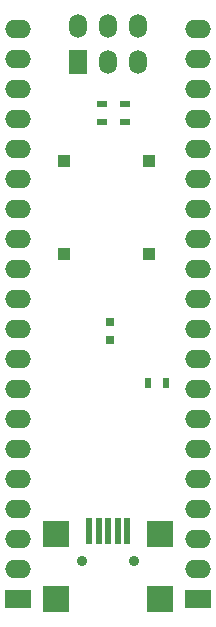
<source format=gbr>
G04 CAM350 V9.5.1 (Build 211) Date:  Tue May 10 22:39:24 2016 *
G04 Database: (Untitled) *
G04 Layer 7: STM32Mini-F_Mas *
%FSLAX45Y45*%
%MOMM*%
%SFA1.000B1.000*%

%MIA0B0*%
%IPPOS*%
%ADD16R,2.19964X1.52400*%
%ADD17O,2.19964X1.52400*%
%ADD18R,0.90000X0.50000*%
%ADD71C,0.89916*%
%ADD20R,1.52400X1.99898*%
%ADD21O,1.52400X1.99898*%
%ADD30R,1.00076X1.00076*%
%ADD31R,0.79756X0.79756*%
%ADD32R,0.50000X0.90000*%
%ADD33R,2.19710X2.19710*%
%ADD34R,0.49784X2.19710*%
%LNSTM32Mini-F_Mas*%
%LPD*%
G54D30*
X14359382Y-8013700D03*
X15079218D03*
X14359382Y-7226300D03*
X15079218D03*
G54D16*
X13970000Y-10934700D03*
G54D17*
Y-10680700D03*
Y-10426700D03*
Y-10172700D03*
Y-9918700D03*
Y-9664700D03*
Y-9410700D03*
Y-9156700D03*
Y-8902700D03*
Y-8648700D03*
Y-8394700D03*
Y-8140700D03*
Y-7886700D03*
Y-7632700D03*
Y-7378700D03*
Y-7124700D03*
Y-6870700D03*
Y-6616700D03*
Y-6362700D03*
Y-6108700D03*
G54D16*
X15494200Y-10934700D03*
G54D17*
Y-10680700D03*
Y-10426700D03*
Y-10172700D03*
Y-9918700D03*
Y-9664700D03*
Y-9410700D03*
Y-9156700D03*
Y-8902700D03*
Y-8648700D03*
Y-8394700D03*
Y-8140700D03*
Y-7886700D03*
Y-7632700D03*
Y-7378700D03*
Y-7124700D03*
Y-6870700D03*
Y-6616700D03*
Y-6362700D03*
Y-6108700D03*
G54D31*
X14744700Y-8586470D03*
Y-8736330D03*
G54D32*
X15073560Y-9100820D03*
X15223560D03*
G54D20*
X14478000Y-6387592D03*
G54D21*
Y-6083808D03*
X14732000Y-6387592D03*
Y-6083808D03*
X14986000Y-6387592D03*
Y-6083808D03*
G54D33*
X15174976Y-10382250D03*
G54D34*
X14572234Y-10354310D03*
X14652244D03*
X14732000D03*
X14811756D03*
X14891766D03*
G54D71*
X14512290Y-10607040D03*
X14951964D03*
G54D33*
X14289024Y-10382250D03*
Y-10932160D03*
X15174976D03*
G54D18*
X14681200Y-6889820D03*
Y-6739820D03*
X14874240Y-6889820D03*
Y-6739820D03*
M02*

</source>
